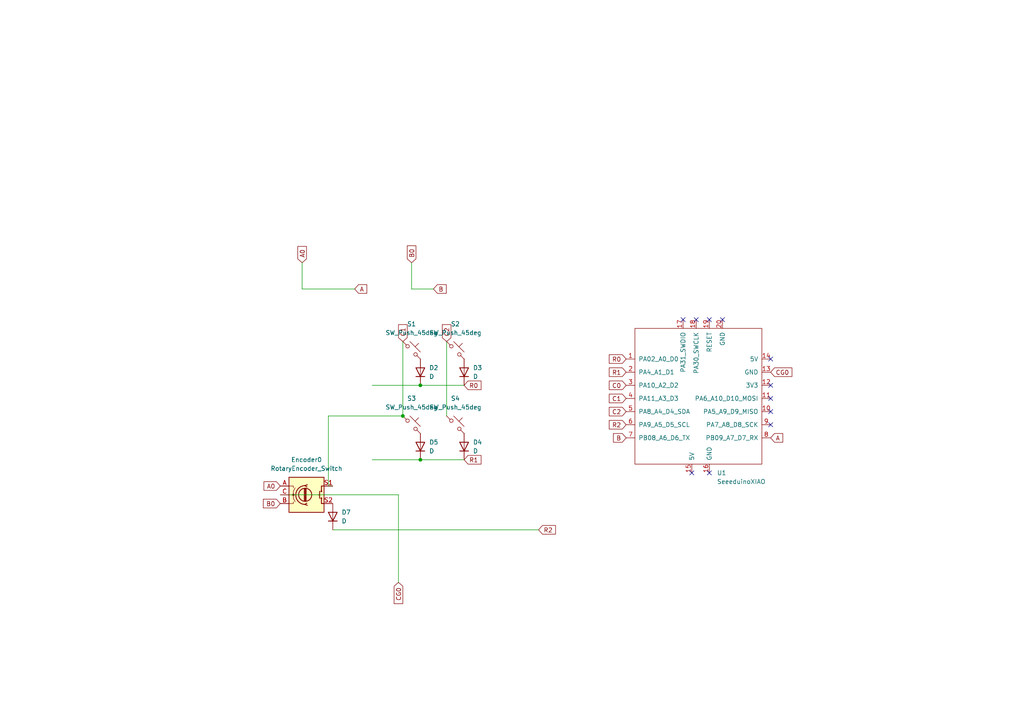
<source format=kicad_sch>
(kicad_sch (version 20231120) (generator "eeschema") (generator_version "8.0")
  (paper "A4")
  (lib_symbols
    (symbol "Device:D" (pin_numbers hide) (pin_names (offset 1.016) hide)
      (property "Reference" "D" (at 0 2.54 0))
      (property "Value" "D" (at 0 -2.54 0))
      (symbol "D_0_1"
        (polyline (pts (xy -1.27 1.27) (xy -1.27 -1.27)) (stroke (width 0.254)))
        (polyline (pts (xy 1.27 0) (xy -1.27 0)))
        (polyline (pts (xy 1.27 1.27) (xy 1.27 -1.27) (xy -1.27 0) (xy 1.27 1.27)) (stroke (width 0.254)))
      )
      (symbol "D_1_1"
        (pin passive line (at -3.81 0 0) (length 2.54) (name "K") (number "1"))
        (pin passive line (at 3.81 0 180) (length 2.54) (name "A") (number "2"))
      )
    )
    (symbol "Device:RotaryEncoder_Switch" (pin_names (offset 0.254) hide)
      (property "Reference" "SW" (at 0 6.604 0))
      (property "Value" "RotaryEncoder_Switch" (at 0 -6.604 0))
      (symbol "RotaryEncoder_Switch_0_1"
        (rectangle (start -5.08 5.08) (end 5.08 -5.08) (stroke (width 0.254)) (fill (type background)))
        (circle (center -3.81 0) (radius 0.254) (fill (type outline)))
        (circle (center -0.381 0) (radius 1.905) (stroke (width 0.254)))
        (arc (start -0.381 2.667) (mid -3.0988 -0.0635) (end -0.381 -2.794) (stroke (width 0.254)))
        (polyline (pts (xy -0.635 -1.778) (xy -0.635 1.778)) (stroke (width 0.254)))
        (polyline (pts (xy -0.381 -1.778) (xy -0.381 1.778)) (stroke (width 0.254)))
        (polyline (pts (xy -0.127 1.778) (xy -0.127 -1.778)) (stroke (width 0.254)))
        (polyline (pts (xy 3.81 0) (xy 3.429 0)) (stroke (width 0.254)))
        (polyline (pts (xy 3.81 1.016) (xy 3.81 -1.016)) (stroke (width 0.254)))
        (polyline (pts (xy -5.08 -2.54) (xy -3.81 -2.54) (xy -3.81 -2.032)))
        (polyline (pts (xy -5.08 2.54) (xy -3.81 2.54) (xy -3.81 2.032)))
        (polyline (pts (xy 0.254 -3.048) (xy -0.508 -2.794) (xy 0.127 -2.413)) (stroke (width 0.254)))
        (polyline (pts (xy 0.254 2.921) (xy -0.508 2.667) (xy 0.127 2.286)) (stroke (width 0.254)))
        (polyline (pts (xy 5.08 -2.54) (xy 4.318 -2.54) (xy 4.318 -1.016)) (stroke (width 0.254)))
        (polyline (pts (xy 5.08 2.54) (xy 4.318 2.54) (xy 4.318 1.016)) (stroke (width 0.254)))
        (polyline (pts (xy -5.08 0) (xy -3.81 0) (xy -3.81 -1.016) (xy -3.302 -2.032)))
        (polyline (pts (xy -4.318 0) (xy -3.81 0) (xy -3.81 1.016) (xy -3.302 2.032)))
        (circle (center 4.318 -1.016) (radius 0.127) (stroke (width 0.254)))
        (circle (center 4.318 1.016) (radius 0.127) (stroke (width 0.254)))
      )
      (symbol "RotaryEncoder_Switch_1_1"
        (pin passive line (at -7.62 2.54 0) (length 2.54) (name "A") (number "A"))
        (pin passive line (at -7.62 -2.54 0) (length 2.54) (name "B") (number "B"))
        (pin passive line (at -7.62 0 0) (length 2.54) (name "C") (number "C"))
        (pin passive line (at 7.62 2.54 180) (length 2.54) (name "S1") (number "S1"))
        (pin passive line (at 7.62 -2.54 180) (length 2.54) (name "S2") (number "S2"))
      )
    )
    (symbol "Seeeduino XIAO:SeeeduinoXIAO" (pin_names (offset 1.016))
      (property "Reference" "U" (at -19.05 22.86 0))
      (property "Value" "SeeeduinoXIAO" (at -12.7 21.59 0))
      (symbol "SeeeduinoXIAO_0_1"
        (rectangle (start -19.05 20.32) (end 17.78 -19.05))
      )
      (symbol "SeeeduinoXIAO_1_1"
        (pin unspecified line (at -21.59 11.43 0) (length 2.54) (name "PA02_A0_D0") (number "1"))
        (pin unspecified line (at 20.32 -3.81 180) (length 2.54) (name "PA5_A9_D9_MISO") (number "10"))
        (pin unspecified line (at 20.32 0 180) (length 2.54) (name "PA6_A10_D10_MOSI") (number "11"))
        (pin unspecified line (at 20.32 3.81 180) (length 2.54) (name "3V3") (number "12"))
        (pin unspecified line (at 20.32 7.62 180) (length 2.54) (name "GND") (number "13"))
        (pin unspecified line (at 20.32 11.43 180) (length 2.54) (name "5V") (number "14"))
        (pin input line (at -2.54 -21.59 90) (length 2.54) (name "5V") (number "15"))
        (pin input line (at 2.54 -21.59 90) (length 2.54) (name "GND") (number "16"))
        (pin input line (at -5.08 22.86 270) (length 2.54) (name "PA31_SWDIO") (number "17"))
        (pin input line (at -1.27 22.86 270) (length 2.54) (name "PA30_SWCLK") (number "18"))
        (pin input line (at 2.54 22.86 270) (length 2.54) (name "RESET") (number "19"))
        (pin unspecified line (at -21.59 7.62 0) (length 2.54) (name "PA4_A1_D1") (number "2"))
        (pin input line (at 6.35 22.86 270) (length 2.54) (name "GND") (number "20"))
        (pin unspecified line (at -21.59 3.81 0) (length 2.54) (name "PA10_A2_D2") (number "3"))
        (pin unspecified line (at -21.59 0 0) (length 2.54) (name "PA11_A3_D3") (number "4"))
        (pin unspecified line (at -21.59 -3.81 0) (length 2.54) (name "PA8_A4_D4_SDA") (number "5"))
        (pin unspecified line (at -21.59 -7.62 0) (length 2.54) (name "PA9_A5_D5_SCL") (number "6"))
        (pin unspecified line (at -21.59 -11.43 0) (length 2.54) (name "PB08_A6_D6_TX") (number "7"))
        (pin unspecified line (at 20.32 -11.43 180) (length 2.54) (name "PB09_A7_D7_RX") (number "8"))
        (pin unspecified line (at 20.32 -7.62 180) (length 2.54) (name "PA7_A8_D8_SCK") (number "9"))
      )
    )
    (symbol "Switch:SW_Push_45deg" (pin_numbers hide) (pin_names (offset 1.016) hide)
      (property "Reference" "SW" (at 3.048 1.016 0))
      (property "Value" "SW_Push_45deg" (at 0 -3.81 0))
      (symbol "SW_Push_45deg_0_1"
        (circle (center -1.1684 1.1684) (radius 0.508))
        (polyline (pts (xy -0.508 2.54) (xy 2.54 -0.508)))
        (polyline (pts (xy 1.016 1.016) (xy 2.032 2.032)))
        (polyline (pts (xy -2.54 2.54) (xy -1.524 1.524) (xy -1.524 1.524)))
        (polyline (pts (xy 1.524 -1.524) (xy 2.54 -2.54) (xy 2.54 -2.54) (xy 2.54 -2.54)))
        (circle (center 1.143 -1.1938) (radius 0.508))
        (pin passive line (at -2.54 2.54 0) (length 0) (name "1") (number "1"))
        (pin passive line (at 2.54 -2.54 180) (length 0) (name "2") (number "2"))
      )
    )
  )
  (junction (at 121.92 133.35))
  (junction (at 121.92 111.76))
  (junction (at 116.84 120.65))
  (no_connect (at 223.52 123.19))
  (no_connect (at 201.93 92.71))
  (no_connect (at 223.52 111.76))
  (no_connect (at 223.52 104.14))
  (no_connect (at 205.74 137.16))
  (no_connect (at 205.74 92.71))
  (no_connect (at 200.66 137.16))
  (no_connect (at 209.55 92.71))
  (no_connect (at 198.12 92.71))
  (no_connect (at 223.52 119.38))
  (no_connect (at 223.52 115.57))
  (wire (pts (xy 95.25 140.97) (xy 96.52 140.97)))
  (wire (pts (xy 129.54 99.06) (xy 129.54 120.65)))
  (wire (pts (xy 96.52 153.67) (xy 156.21 153.67)))
  (wire (pts (xy 87.63 83.82) (xy 102.87 83.82)))
  (wire (pts (xy 121.92 133.35) (xy 134.62 133.35)))
  (wire (pts (xy 107.95 133.35) (xy 121.92 133.35)))
  (wire (pts (xy 115.57 143.51) (xy 115.57 168.91)))
  (wire (pts (xy 121.92 111.76) (xy 134.62 111.76)))
  (wire (pts (xy 107.95 111.76) (xy 121.92 111.76)))
  (wire (pts (xy 119.38 83.82) (xy 119.38 76.2)))
  (wire (pts (xy 116.84 120.65) (xy 95.25 120.65)))
  (wire (pts (xy 116.84 99.06) (xy 116.84 120.65)))
  (wire (pts (xy 81.28 143.51) (xy 115.57 143.51)))
  (wire (pts (xy 87.63 76.2) (xy 87.63 83.82)))
  (wire (pts (xy 95.25 120.65) (xy 95.25 140.97)))
  (wire (pts (xy 119.38 83.82) (xy 125.73 83.82)))
  (global_label "A" (shape input) (at 223.52 127 0) (property "Intersheetrefs" "${INTERSHEET_REFS}" (effects (hide yes))))
  (global_label "CG0" (shape input) (at 223.52 107.95 0) (property "Intersheetrefs" "${INTERSHEET_REFS}" (effects (hide yes))))
  (global_label "B0" (shape input) (at 119.38 76.2 90) (property "Intersheetrefs" "${INTERSHEET_REFS}" (effects (hide yes))))
  (global_label "R1" (shape input) (at 134.62 133.35 0) (property "Intersheetrefs" "${INTERSHEET_REFS}" (effects (hide yes))))
  (global_label "R2" (shape input) (at 156.21 153.67 0) (property "Intersheetrefs" "${INTERSHEET_REFS}" (effects (hide yes))))
  (global_label "R2" (shape input) (at 181.61 123.19 180) (property "Intersheetrefs" "${INTERSHEET_REFS}" (effects (hide yes))))
  (global_label "B" (shape input) (at 181.61 127 180) (property "Intersheetrefs" "${INTERSHEET_REFS}" (effects (hide yes))))
  (global_label "R1" (shape input) (at 181.61 107.95 180) (property "Intersheetrefs" "${INTERSHEET_REFS}" (effects (hide yes))))
  (global_label "R0" (shape input) (at 181.61 104.14 180) (property "Intersheetrefs" "${INTERSHEET_REFS}" (effects (hide yes))))
  (global_label "C0" (shape input) (at 181.61 111.76 180) (property "Intersheetrefs" "${INTERSHEET_REFS}" (effects (hide yes))))
  (global_label "B0" (shape input) (at 81.28 146.05 180) (property "Intersheetrefs" "${INTERSHEET_REFS}" (effects (hide yes))))
  (global_label "C2" (shape input) (at 181.61 119.38 180) (property "Intersheetrefs" "${INTERSHEET_REFS}" (effects (hide yes))))
  (global_label "C1" (shape input) (at 181.61 115.57 180) (property "Intersheetrefs" "${INTERSHEET_REFS}" (effects (hide yes))))
  (global_label "C1" (shape input) (at 116.84 99.06 90) (property "Intersheetrefs" "${INTERSHEET_REFS}" (effects (hide yes))))
  (global_label "A0" (shape input) (at 87.63 76.2 90) (property "Intersheetrefs" "${INTERSHEET_REFS}" (effects (hide yes))))
  (global_label "A0" (shape input) (at 81.28 140.97 180) (property "Intersheetrefs" "${INTERSHEET_REFS}" (effects (hide yes))))
  (global_label "R0" (shape input) (at 134.62 111.76 0) (property "Intersheetrefs" "${INTERSHEET_REFS}" (effects (hide yes))))
  (global_label "CG0" (shape input) (at 115.57 168.91 270) (property "Intersheetrefs" "${INTERSHEET_REFS}" (effects (hide yes))))
  (global_label "C2" (shape input) (at 129.54 99.06 90) (property "Intersheetrefs" "${INTERSHEET_REFS}" (effects (hide yes))))
  (global_label "B" (shape input) (at 125.73 83.82 0) (property "Intersheetrefs" "${INTERSHEET_REFS}" (effects (hide yes))))
  (global_label "A" (shape input) (at 102.87 83.82 0) (property "Intersheetrefs" "${INTERSHEET_REFS}" (effects (hide yes))))
  (symbol (lib_id "Device:D") (at 134.62 107.95 90) (unit 1)
    (property "Reference" "D3" (at 137.16 106.6799 90) (effects (justify right)))
    (property "Value" "D" (at 137.16 109.2199 90) (effects (justify right)))
    (property "Footprint" "Diode_THT:D_DO-35_SOD27_P7.62mm_Horizontal" (effects (hide yes)))
    (property "Description" "Diode" (effects (hide yes)))
    (property "Sim.Device" "D" (effects (hide yes)))
    (property "Sim.Pins" "1=K 2=A" (effects (hide yes)))
  )
  (symbol (lib_id "Seeeduino XIAO:SeeeduinoXIAO") (at 203.2 115.57 0) (unit 1)
    (property "Reference" "U1" (at 207.9341 137.16 0) (effects (justify left)))
    (property "Value" "SeeeduinoXIAO" (at 207.9341 139.7 0) (effects (justify left)))
    (property "Footprint" "xiao:XIAO-SAMD21-RP2040-14P-2.54-21X17.8MM (Seeeduino XIAO)" (effects (hide yes)))
  )
  (symbol (lib_id "Switch:SW_Push_45deg") (at 132.08 101.6 0) (unit 1)
    (property "Reference" "S2" (at 132.08 93.98 0))
    (property "Value" "SW_Push_45deg" (at 132.08 96.52 0))
    (property "Footprint" "Button_Switch_Keyboard:SW_Cherry_MX_1.00u_Plate" (effects (hide yes)))
    (property "Description" "Push button switch, normally open, two pins, 45° tilted" (effects (hide yes)))
  )
  (symbol (lib_id "Switch:SW_Push_45deg") (at 119.38 123.19 0) (unit 1)
    (property "Reference" "S3" (at 119.38 115.57 0))
    (property "Value" "SW_Push_45deg" (at 119.38 118.11 0))
    (property "Footprint" "Button_Switch_Keyboard:SW_Cherry_MX_1.00u_Plate" (effects (hide yes)))
    (property "Description" "Push button switch, normally open, two pins, 45° tilted" (effects (hide yes)))
  )
  (symbol (lib_id "Device:D") (at 121.92 107.95 90) (unit 1)
    (property "Reference" "D2" (at 124.46 106.6799 90) (effects (justify right)))
    (property "Value" "D" (at 124.46 109.2199 90) (effects (justify right)))
    (property "Footprint" "Diode_THT:D_DO-35_SOD27_P7.62mm_Horizontal" (effects (hide yes)))
    (property "Description" "Diode" (effects (hide yes)))
    (property "Sim.Device" "D" (effects (hide yes)))
    (property "Sim.Pins" "1=K 2=A" (effects (hide yes)))
  )
  (symbol (lib_id "Device:D") (at 121.92 129.54 90) (unit 1)
    (property "Reference" "D5" (at 124.46 128.2699 90) (effects (justify right)))
    (property "Value" "D" (at 124.46 130.8099 90) (effects (justify right)))
    (property "Footprint" "Diode_THT:D_DO-35_SOD27_P7.62mm_Horizontal" (effects (hide yes)))
    (property "Description" "Diode" (effects (hide yes)))
    (property "Sim.Device" "D" (effects (hide yes)))
    (property "Sim.Pins" "1=K 2=A" (effects (hide yes)))
  )
  (symbol (lib_id "Switch:SW_Push_45deg") (at 119.38 101.6 0) (unit 1)
    (property "Reference" "S1" (at 119.38 93.98 0))
    (property "Value" "SW_Push_45deg" (at 119.38 96.52 0))
    (property "Footprint" "Button_Switch_Keyboard:SW_Cherry_MX_1.00u_Plate" (effects (hide yes)))
    (property "Description" "Push button switch, normally open, two pins, 45° tilted" (effects (hide yes)))
  )
  (symbol (lib_id "Switch:SW_Push_45deg") (at 132.08 123.19 0) (unit 1)
    (property "Reference" "S4" (at 132.08 115.57 0))
    (property "Value" "SW_Push_45deg" (at 132.08 118.11 0))
    (property "Footprint" "Button_Switch_Keyboard:SW_Cherry_MX_1.00u_Plate" (effects (hide yes)))
    (property "Description" "Push button switch, normally open, two pins, 45° tilted" (effects (hide yes)))
  )
  (symbol (lib_id "Device:RotaryEncoder_Switch") (at 88.9 143.51 0) (unit 1)
    (property "Reference" "Encoder0" (at 88.9 133.35 0))
    (property "Value" "RotaryEncoder_Switch" (at 88.9 135.89 0))
    (property "Footprint" "Rotary_Encoder:RotaryEncoder_Alps_EC11E-Switch_Vertical_H20mm" (effects (hide yes)))
    (property "Description" "Rotary encoder, dual channel, incremental quadrate outputs, with switch" (effects (hide yes)))
  )
  (symbol (lib_id "Device:D") (at 134.62 129.54 90) (unit 1)
    (property "Reference" "D4" (at 137.16 128.2699 90) (effects (justify right)))
    (property "Value" "D" (at 137.16 130.8099 90) (effects (justify right)))
    (property "Footprint" "Diode_THT:D_DO-35_SOD27_P7.62mm_Horizontal" (effects (hide yes)))
    (property "Description" "Diode" (effects (hide yes)))
    (property "Sim.Device" "D" (effects (hide yes)))
    (property "Sim.Pins" "1=K 2=A" (effects (hide yes)))
  )
  (symbol (lib_id "Device:D") (at 96.52 149.86 90) (unit 1)
    (property "Reference" "D7" (at 99.06 148.5899 90) (effects (justify right)))
    (property "Value" "D" (at 99.06 151.1299 90) (effects (justify right)))
    (property "Footprint" "Diode_THT:D_DO-35_SOD27_P7.62mm_Horizontal" (effects (hide yes)))
    (property "Description" "Diode" (effects (hide yes)))
    (property "Sim.Device" "D" (effects (hide yes)))
    (property "Sim.Pins" "1=K 2=A" (effects (hide yes)))
  )
)
</source>
